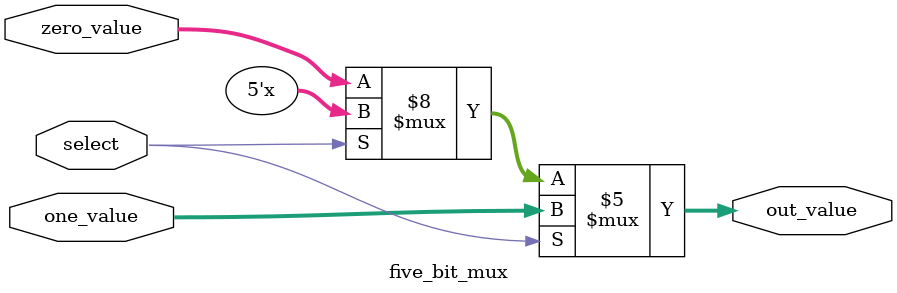
<source format=v>
module five_bit_mux(
input select,
input [4:0] zero_value, one_value,
output reg [4:0] out_value);

always @ (select, zero_value, one_value)
	begin
		if (select == 0) out_value = zero_value;
		if (select == 1) out_value = one_value;
	end
endmodule


</source>
